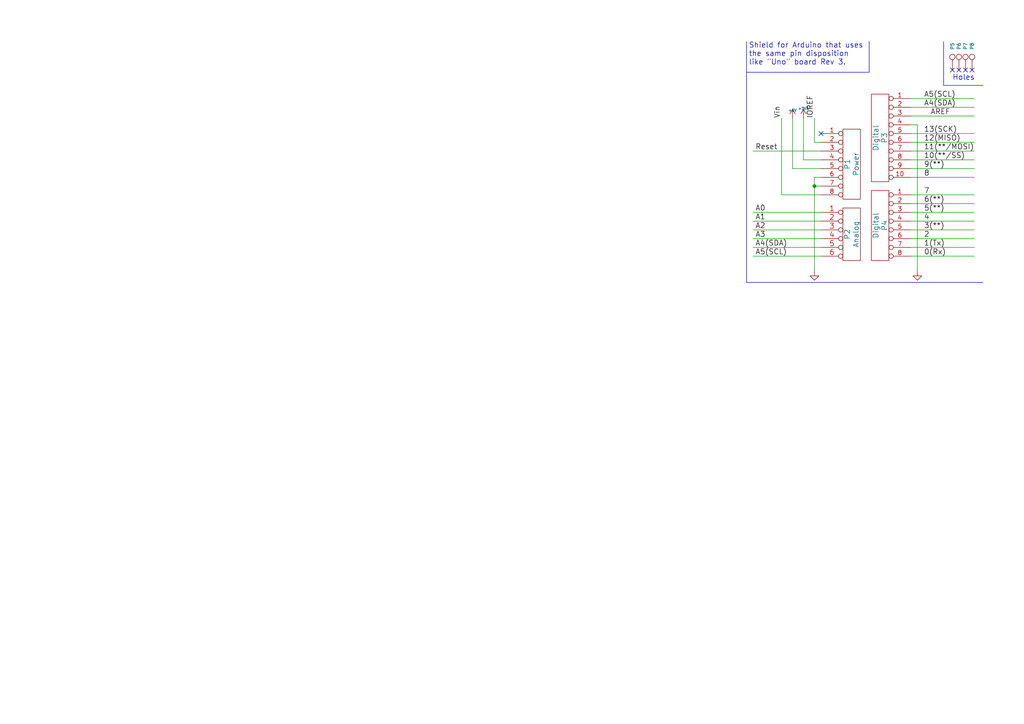
<source format=kicad_sch>
(kicad_sch (version 20230121) (generator eeschema)
  (paper "A4")
  (title_block (date "lun. 30 mars 2015"))
  (lib_symbols
    (symbol "Arduino_As_Uno-rescue:+3.3V" (power) (pin_names (offset 0))
      (property "Value" "+3.3V" (at 0 3.556 0))
      (symbol "+3.3V_0_1"
        (polyline (pts (xy -0.762 1.27) (xy 0 2.54)))
        (polyline (pts (xy 0 0) (xy 0 2.54)))
        (polyline (pts (xy 0 2.54) (xy 0.762 1.27)))
      )
      (symbol "+3.3V_1_1"
        (pin power_in line (at 0 0 90) (length 0) hide (name "+3V3") (number "1"))
      )
    )
    (symbol "Arduino_As_Uno-rescue:+5V" (power) (pin_names (offset 0))
      (property "Value" "+5V" (at 0 3.556 0))
      (symbol "+5V_0_1"
        (polyline (pts (xy -0.762 1.27) (xy 0 2.54)))
        (polyline (pts (xy 0 0) (xy 0 2.54)))
        (polyline (pts (xy 0 2.54) (xy 0.762 1.27)))
      )
      (symbol "+5V_1_1"
        (pin power_in line (at 0 0 90) (length 0) hide (name "+5V") (number "1"))
      )
    )
    (symbol "Arduino_As_Uno-rescue:CONN_1" (pin_numbers hide) (pin_names (offset 0.762) hide)
      (property "Reference" "P" (at 2.032 0 0))
      (symbol "CONN_1_0_1"
        (polyline (pts (xy -0.762 0) (xy -1.27 0)))
        (circle (center 0 0) (radius 0.7874))
      )
      (symbol "CONN_1_1_1"
        (pin passive line (at -3.81 0 0) (length 2.54) (name "1") (number "1"))
      )
    )
    (symbol "Arduino_As_Uno-rescue:CONN_10" (pin_names (offset 1.016) hide)
      (property "Reference" "P" (at -1.27 0 90))
      (property "Value" "CONN_10" (at 1.27 0 90))
      (symbol "CONN_10_0_1"
        (rectangle (start -2.54 12.7) (end 2.54 -12.7))
      )
      (symbol "CONN_10_1_1"
        (pin passive inverted (at -8.89 11.43 0) (length 6.35) (name "P1") (number "1"))
        (pin passive inverted (at -8.89 -11.43 0) (length 6.35) (name "P10") (number "10"))
        (pin passive inverted (at -8.89 8.89 0) (length 6.35) (name "P2") (number "2"))
        (pin passive inverted (at -8.89 6.35 0) (length 6.35) (name "P3") (number "3"))
        (pin passive inverted (at -8.89 3.81 0) (length 6.35) (name "P4") (number "4"))
        (pin passive inverted (at -8.89 1.27 0) (length 6.35) (name "P5") (number "5"))
        (pin passive inverted (at -8.89 -1.27 0) (length 6.35) (name "P6") (number "6"))
        (pin passive inverted (at -8.89 -3.81 0) (length 6.35) (name "P7") (number "7"))
        (pin passive inverted (at -8.89 -6.35 0) (length 6.35) (name "P8") (number "8"))
        (pin passive inverted (at -8.89 -8.89 0) (length 6.35) (name "P9") (number "9"))
      )
    )
    (symbol "Arduino_As_Uno-rescue:CONN_6" (pin_names (offset 0.762) hide)
      (property "Reference" "P" (at -1.27 0 90))
      (property "Value" "CONN_6" (at 1.27 0 90))
      (symbol "CONN_6_0_1"
        (rectangle (start -2.54 7.62) (end 2.54 -7.62))
      )
      (symbol "CONN_6_1_1"
        (pin passive inverted (at -8.89 6.35 0) (length 6.35) (name "1") (number "1"))
        (pin passive inverted (at -8.89 3.81 0) (length 6.35) (name "2") (number "2"))
        (pin passive inverted (at -8.89 1.27 0) (length 6.35) (name "3") (number "3"))
        (pin passive inverted (at -8.89 -1.27 0) (length 6.35) (name "4") (number "4"))
        (pin passive inverted (at -8.89 -3.81 0) (length 6.35) (name "5") (number "5"))
        (pin passive inverted (at -8.89 -6.35 0) (length 6.35) (name "6") (number "6"))
      )
    )
    (symbol "Arduino_As_Uno-rescue:CONN_8" (pin_names (offset 1.016) hide)
      (property "Reference" "P" (at -1.27 0 90))
      (property "Value" "CONN_8" (at 1.27 0 90))
      (symbol "CONN_8_0_1"
        (rectangle (start -2.54 10.16) (end 2.54 -10.16))
      )
      (symbol "CONN_8_1_1"
        (pin passive inverted (at -8.89 8.89 0) (length 6.35) (name "P1") (number "1"))
        (pin passive inverted (at -8.89 6.35 0) (length 6.35) (name "P2") (number "2"))
        (pin passive inverted (at -8.89 3.81 0) (length 6.35) (name "P3") (number "3"))
        (pin passive inverted (at -8.89 1.27 0) (length 6.35) (name "P4") (number "4"))
        (pin passive inverted (at -8.89 -1.27 0) (length 6.35) (name "P5") (number "5"))
        (pin passive inverted (at -8.89 -3.81 0) (length 6.35) (name "P6") (number "6"))
        (pin passive inverted (at -8.89 -6.35 0) (length 6.35) (name "P7") (number "7"))
        (pin passive inverted (at -8.89 -8.89 0) (length 6.35) (name "P8") (number "8"))
      )
    )
    (symbol "Arduino_As_Uno-rescue:GND" (power) (pin_names (offset 0))
      (property "Value" "GND" (at 0 -3.81 0))
      (symbol "GND_0_1"
        (polyline (pts (xy 0 0) (xy 0 -1.27) (xy 1.27 -1.27) (xy 0 -2.54) (xy -1.27 -1.27) (xy 0 -1.27)))
      )
      (symbol "GND_1_1"
        (pin power_in line (at 0 0 270) (length 0) hide (name "GND") (number "1"))
      )
    )
  )
  (junction (at 236.22 53.975))
  (no_connect (at 278.13 20.32))
  (no_connect (at 276.225 20.32))
  (no_connect (at 238.125 38.735))
  (no_connect (at 281.94 20.32))
  (no_connect (at 280.035 20.32))
  (wire (pts (xy 264.16 43.815) (xy 282.575 43.815)))
  (wire (pts (xy 264.16 74.295) (xy 282.575 74.295)))
  (wire (pts (xy 233.045 46.355) (xy 238.125 46.355)))
  (wire (pts (xy 264.16 31.115) (xy 282.575 31.115)))
  (polyline (pts (xy 285.115 24.765) (xy 273.685 24.765)))
  (wire (pts (xy 236.22 53.975) (xy 236.22 78.74)))
  (wire (pts (xy 264.16 64.135) (xy 282.575 64.135)))
  (wire (pts (xy 266.065 36.195) (xy 266.065 78.74)))
  (wire (pts (xy 229.87 34.29) (xy 229.87 48.895)))
  (wire (pts (xy 236.22 51.435) (xy 236.22 53.975)))
  (wire (pts (xy 266.065 36.195) (xy 264.16 36.195)))
  (wire (pts (xy 238.125 53.975) (xy 236.22 53.975)))
  (wire (pts (xy 218.44 64.135) (xy 238.125 64.135)))
  (wire (pts (xy 264.16 66.675) (xy 282.575 66.675)))
  (wire (pts (xy 218.44 43.815) (xy 238.125 43.815)))
  (wire (pts (xy 226.695 56.515) (xy 238.125 56.515)))
  (wire (pts (xy 226.695 34.29) (xy 226.695 56.515)))
  (wire (pts (xy 218.44 71.755) (xy 238.125 71.755)))
  (wire (pts (xy 218.44 66.675) (xy 238.125 66.675)))
  (polyline (pts (xy 285.115 81.915) (xy 216.535 81.915)))
  (wire (pts (xy 264.16 41.275) (xy 282.575 41.275)))
  (wire (pts (xy 264.16 71.755) (xy 282.575 71.755)))
  (polyline (pts (xy 252.095 20.955) (xy 252.095 12.065)))
  (polyline (pts (xy 273.685 24.765) (xy 273.685 12.065)))
  (wire (pts (xy 264.16 33.655) (xy 282.575 33.655)))
  (wire (pts (xy 229.87 48.895) (xy 238.125 48.895)))
  (polyline (pts (xy 216.535 81.915) (xy 216.535 12.065)))
  (wire (pts (xy 236.22 51.435) (xy 238.125 51.435)))
  (wire (pts (xy 236.22 41.275) (xy 238.125 41.275)))
  (wire (pts (xy 264.16 61.595) (xy 282.575 61.595)))
  (wire (pts (xy 264.16 51.435) (xy 282.575 51.435)))
  (wire (pts (xy 264.16 59.055) (xy 282.575 59.055)))
  (polyline (pts (xy 216.535 20.955) (xy 252.095 20.955)))
  (wire (pts (xy 264.16 69.215) (xy 282.575 69.215)))
  (wire (pts (xy 218.44 69.215) (xy 238.125 69.215)))
  (wire (pts (xy 264.16 28.575) (xy 282.575 28.575)))
  (wire (pts (xy 264.16 48.895) (xy 282.575 48.895)))
  (wire (pts (xy 236.22 34.29) (xy 236.22 41.275)))
  (wire (pts (xy 233.045 46.355) (xy 233.045 34.29)))
  (wire (pts (xy 264.16 56.515) (xy 282.575 56.515)))
  (wire (pts (xy 264.16 38.735) (xy 282.575 38.735)))
  (wire (pts (xy 264.16 46.355) (xy 282.575 46.355)))
  (wire (pts (xy 218.44 74.295) (xy 238.125 74.295)))
  (wire (pts (xy 218.44 61.595) (xy 238.125 61.595)))
  (text "Holes" (at 276.225 23.495 0) (effects (font (size 1.524 1.524)) (justify left bottom)))
  (text "Shield for Arduino that uses\nthe same pin disposition\nlike \"Uno\" board Rev 3." (at 217.17 19.05 0) (effects (font (size 1.524 1.524)) (justify left bottom)))
  (label "A2" (at 219.075 66.675 0) (effects (font (size 1.524 1.524))))
  (label "Reset" (at 219.075 43.815 0) (effects (font (size 1.524 1.524))))
  (label "A1" (at 219.075 64.135 0) (effects (font (size 1.524 1.524))))
  (label "10(**/SS)" (at 267.97 46.355 0) (effects (font (size 1.524 1.524))))
  (label "A4(SDA)" (at 267.97 31.115 0) (effects (font (size 1.524 1.524))))
  (label "5(**)" (at 267.97 61.595 0) (effects (font (size 1.524 1.524))))
  (label "A0" (at 219.075 61.595 0) (effects (font (size 1.524 1.524))))
  (label "7" (at 267.97 56.515 0) (effects (font (size 1.524 1.524))))
  (label "A4(SDA)" (at 219.075 71.755 0) (effects (font (size 1.524 1.524))))
  (label "0(Rx)" (at 267.97 74.295 0) (effects (font (size 1.524 1.524))))
  (label "12(MISO)" (at 267.97 41.275 0) (effects (font (size 1.524 1.524))))
  (label "A3" (at 219.075 69.215 0) (effects (font (size 1.524 1.524))))
  (label "4" (at 267.97 64.135 0) (effects (font (size 1.524 1.524))))
  (label "IOREF" (at 236.22 34.29 90) (effects (font (size 1.524 1.524))))
  (label "9(**)" (at 267.97 48.895 0) (effects (font (size 1.524 1.524))))
  (label "A5(SCL)" (at 267.97 28.575 0) (effects (font (size 1.524 1.524))))
  (label "A5(SCL)" (at 219.075 74.295 0) (effects (font (size 1.524 1.524))))
  (label "11(**/MOSI)" (at 267.97 43.815 0) (effects (font (size 1.524 1.524))))
  (label "1(Tx)" (at 267.97 71.755 0) (effects (font (size 1.524 1.524))))
  (label "3(**)" (at 267.97 66.675 0) (effects (font (size 1.524 1.524))))
  (label "Vin" (at 226.695 34.29 90) (effects (font (size 1.524 1.524))))
  (label "AREF" (at 269.875 33.655 0) (effects (font (size 1.524 1.524))))
  (label "6(**)" (at 267.97 59.055 0) (effects (font (size 1.524 1.524))))
  (label "2" (at 267.97 69.215 0) (effects (font (size 1.524 1.524))))
  (label "8" (at 267.97 51.435 0) (effects (font (size 1.524 1.524))))
  (label "13(SCK)" (at 267.97 38.735 0) (effects (font (size 1.524 1.524))))
  (symbol (lib_id "Arduino_As_Uno-rescue:CONN_8") (at 247.015 47.625 0) (unit 1)
    (property "Reference" "P1" (at 245.745 47.625 90) (effects (font (size 1.524 1.524))))
    (property "Value" "Power" (at 248.285 47.625 90) (effects (font (size 1.524 1.524))))
    (property "Footprint" "Socket_Arduino_Uno:Socket_Strip_Arduino_1x08" (effects hide))
  )
  (symbol (lib_id "Arduino_As_Uno-rescue:CONN_6") (at 247.015 67.945 0) (unit 1)
    (property "Reference" "P2" (at 245.745 67.945 90) (effects (font (size 1.524 1.524))))
    (property "Value" "Analog" (at 248.285 67.945 90) (effects (font (size 1.524 1.524))))
    (property "Footprint" "Socket_Arduino_Uno:Socket_Strip_Arduino_1x06" (effects hide))
  )
  (symbol (lib_id "Arduino_As_Uno-rescue:CONN_8") (at 255.27 65.405 0) (mirror y) (unit 1)
    (property "Reference" "P4" (at 256.54 65.405 90) (effects (font (size 1.524 1.524))))
    (property "Value" "Digital" (at 254 65.405 90) (effects (font (size 1.524 1.524))))
    (property "Footprint" "Socket_Arduino_Uno:Socket_Strip_Arduino_1x08" (effects hide))
  )
  (symbol (lib_id "Arduino_As_Uno-rescue:CONN_10") (at 255.27 40.005 0) (mirror y) (unit 1)
    (property "Reference" "P3" (at 256.54 40.005 90) (effects (font (size 1.524 1.524))))
    (property "Value" "Digital" (at 254 40.005 90) (effects (font (size 1.524 1.524))))
    (property "Footprint" "Socket_Arduino_Uno:Socket_Strip_Arduino_1x10" (effects hide))
  )
  (symbol (lib_id "Arduino_As_Uno-rescue:GND") (at 266.065 78.74 0) (unit 1)
    (property "Reference" "#PWR01" (effects hide))
    (property "Value" "GND" (effects hide))
  )
  (symbol (lib_id "Arduino_As_Uno-rescue:GND") (at 236.22 78.74 0) (unit 1)
    (property "Reference" "#PWR02" (effects hide))
    (property "Value" "GND" (effects hide))
  )
  (symbol (lib_id "Arduino_As_Uno-rescue:+5V") (at 229.87 34.29 0) (unit 1)
    (property "Reference" "#PWR03" (effects hide))
    (property "Value" "+5V" (at 229.87 32.004 0) (effects (font (size 0.762 0.762))))
  )
  (symbol (lib_id "Arduino_As_Uno-rescue:+3.3V") (at 233.045 34.29 0) (unit 1)
    (property "Reference" "#PWR04" (effects hide))
    (property "Value" "+3.3V" (at 233.045 31.496 0) (effects (font (size 0.762 0.762))))
  )
  (symbol (lib_id "Arduino_As_Uno-rescue:CONN_1") (at 276.225 16.51 90) (unit 1)
    (property "Reference" "P5" (at 276.225 14.478 0) (effects (font (size 1.016 1.016)) (justify left)))
    (property "Value" "CONN_1" (effects hide))
    (property "Footprint" "Socket_Arduino_Uno:Arduino_1pin" (effects hide))
  )
  (symbol (lib_id "Arduino_As_Uno-rescue:CONN_1") (at 278.13 16.51 90) (unit 1)
    (property "Reference" "P6" (at 278.13 14.478 0) (effects (font (size 1.016 1.016)) (justify left)))
    (property "Value" "CONN_1" (effects hide))
    (property "Footprint" "Socket_Arduino_Uno:Arduino_1pin" (effects hide))
  )
  (symbol (lib_id "Arduino_As_Uno-rescue:CONN_1") (at 280.035 16.51 90) (unit 1)
    (property "Reference" "P7" (at 280.035 14.478 0) (effects (font (size 1.016 1.016)) (justify left)))
    (property "Value" "CONN_1" (effects hide))
    (property "Footprint" "Socket_Arduino_Uno:Arduino_1pin" (effects hide))
  )
  (symbol (lib_id "Arduino_As_Uno-rescue:CONN_1") (at 281.94 16.51 90) (unit 1)
    (property "Reference" "P8" (at 281.94 14.478 0) (effects (font (size 1.016 1.016)) (justify left)))
    (property "Value" "CONN_1" (effects hide))
    (property "Footprint" "Socket_Arduino_Uno:Arduino_1pin" (effects hide))
  )
)
</source>
